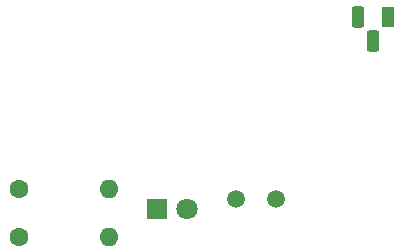
<source format=gbs>
G04 #@! TF.GenerationSoftware,KiCad,Pcbnew,9.0.1*
G04 #@! TF.CreationDate,2025-06-30T22:23:46+05:30*
G04 #@! TF.ProjectId,solder,736f6c64-6572-42e6-9b69-6361645f7063,rev?*
G04 #@! TF.SameCoordinates,Original*
G04 #@! TF.FileFunction,Soldermask,Bot*
G04 #@! TF.FilePolarity,Negative*
%FSLAX46Y46*%
G04 Gerber Fmt 4.6, Leading zero omitted, Abs format (unit mm)*
G04 Created by KiCad (PCBNEW 9.0.1) date 2025-06-30 22:23:46*
%MOMM*%
%LPD*%
G01*
G04 APERTURE LIST*
G04 Aperture macros list*
%AMRoundRect*
0 Rectangle with rounded corners*
0 $1 Rounding radius*
0 $2 $3 $4 $5 $6 $7 $8 $9 X,Y pos of 4 corners*
0 Add a 4 corners polygon primitive as box body*
4,1,4,$2,$3,$4,$5,$6,$7,$8,$9,$2,$3,0*
0 Add four circle primitives for the rounded corners*
1,1,$1+$1,$2,$3*
1,1,$1+$1,$4,$5*
1,1,$1+$1,$6,$7*
1,1,$1+$1,$8,$9*
0 Add four rect primitives between the rounded corners*
20,1,$1+$1,$2,$3,$4,$5,0*
20,1,$1+$1,$4,$5,$6,$7,0*
20,1,$1+$1,$6,$7,$8,$9,0*
20,1,$1+$1,$8,$9,$2,$3,0*%
G04 Aperture macros list end*
%ADD10C,1.500000*%
%ADD11C,1.600000*%
%ADD12O,1.600000X1.600000*%
%ADD13R,1.100000X1.800000*%
%ADD14RoundRect,0.275000X0.275000X0.625000X-0.275000X0.625000X-0.275000X-0.625000X0.275000X-0.625000X0*%
%ADD15R,1.800000X1.800000*%
%ADD16C,1.800000*%
G04 APERTURE END LIST*
D10*
G04 #@! TO.C,R3*
X137350000Y-78750000D03*
X140750000Y-78750000D03*
G04 #@! TD*
D11*
G04 #@! TO.C,R2*
X119020000Y-81950000D03*
D12*
X126640000Y-81950000D03*
G04 #@! TD*
D11*
G04 #@! TO.C,R1*
X119020000Y-77900000D03*
D12*
X126640000Y-77900000D03*
G04 #@! TD*
D13*
G04 #@! TO.C,Q1*
X150270000Y-63330000D03*
D14*
X149000000Y-65400000D03*
X147730000Y-63330000D03*
G04 #@! TD*
D15*
G04 #@! TO.C,D1*
X130680000Y-79610000D03*
D16*
X133220000Y-79610000D03*
G04 #@! TD*
M02*

</source>
